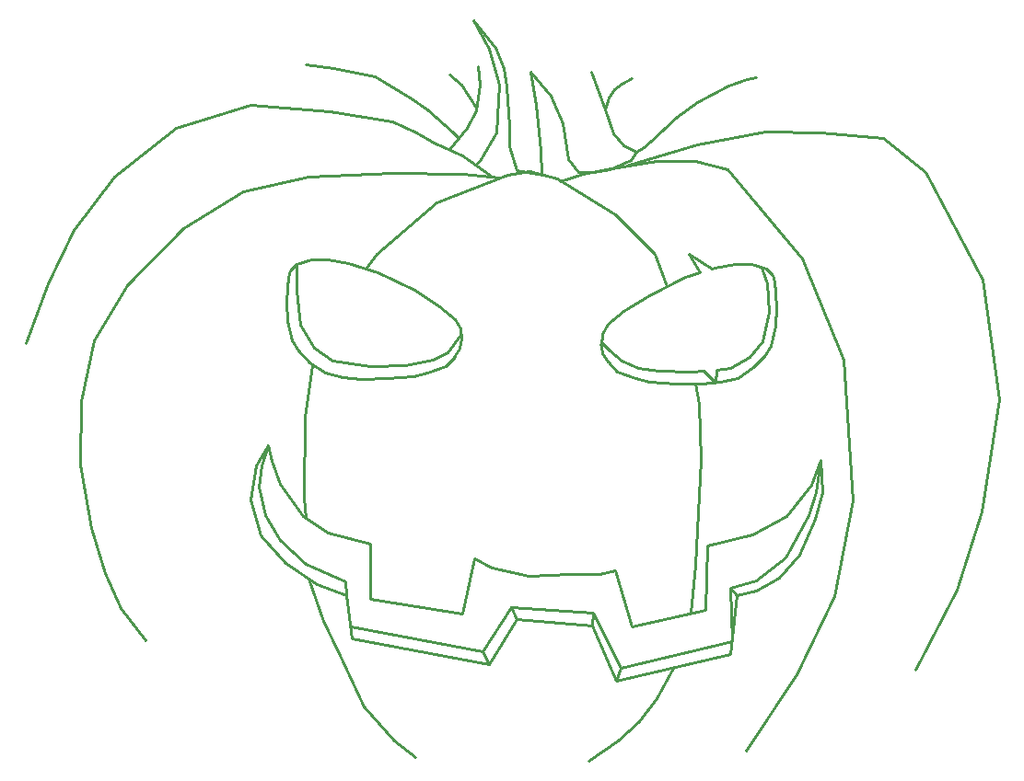
<source format=gbr>
G04 Layer_Color=65535*
%FSLAX26Y26*%
%MOIN*%
%TF.FileFunction,Legend,Top*%
%TF.Part,Single*%
%TFFileComment,Halloween PCB
Pumpkin Badge
V1
Gadorach
(W.W.S.)*%
G01*
G75*
%TA.AperFunction,NonConductor*%
%ADD23C,0.010000*%
D23*
X4088156Y2928548D02*
G03*
X4114448Y2865073I89767J0D01*
G01*
X3557651Y2883117D02*
G03*
X3583943Y2946592I-63475J63475D01*
G01*
X4427746Y2788420D02*
X4444160Y2712976D01*
X4448902Y2509030D01*
X4429930Y2129592D02*
X4448902Y2509030D01*
X4411812Y1957460D02*
X4429930Y2129592D01*
X4287642Y1645810D02*
X4350616Y1758528D01*
X4225982Y1565178D02*
X4287642Y1645810D01*
X4150096Y1494034D02*
X4225982Y1565178D01*
X4041828Y1419348D02*
X4150096Y1494034D01*
X3014138Y2372046D02*
X3018022Y2300248D01*
X3657816Y1817038D02*
X3682462Y1771586D01*
X3763734Y1975916D02*
X3782576Y1932640D01*
X4056802Y1910876D02*
X4057748Y1955828D01*
X4143858Y1710648D02*
X4160014Y1756774D01*
X4554466Y2047136D02*
X4579138Y2019696D01*
X4866740Y2394108D02*
X4883832Y2511562D01*
X4839348Y2310104D02*
X4866740Y2394108D01*
X4757170Y2158532D02*
X4839348Y2310104D01*
X4647600Y2072702D02*
X4757170Y2158532D01*
X4554466Y2047136D02*
X4647600Y2072702D01*
X4554466Y2047136D02*
X4561770Y1853562D01*
X4160014Y1756774D02*
X4561770Y1853562D01*
X4057748Y1955828D02*
X4160014Y1756774D01*
X3763734Y1975916D02*
X4057748Y1955828D01*
X3657816Y1817038D02*
X3763734Y1975916D01*
X3183012Y1908346D02*
X3657816Y1817038D01*
X3162926Y2070876D02*
X3164480Y2019696D01*
X3020484Y2132966D02*
X3162926Y2070876D01*
X2925524Y2220622D02*
X3020484Y2132966D01*
X2872564Y2310104D02*
X2925524Y2220622D01*
X2848824Y2412370D02*
X2872564Y2310104D01*
X2848824Y2412370D02*
X2859780Y2490894D01*
X2881548Y2563794D01*
X4465964Y1967462D02*
X4471526Y2201882D01*
X4635724Y2241688D01*
X4200444Y1906524D02*
X4465964Y1967462D01*
X4139506Y2111104D02*
X4200444Y1906524D01*
X4082920Y2098046D02*
X4139506Y2111104D01*
X3974100Y2098046D02*
X4082920D01*
X3826104Y2089340D02*
X3974100Y2098046D01*
X3691168Y2119810D02*
X3826104Y2089340D01*
X3630228Y2154632D02*
X3691168Y2119810D01*
X3586700Y1954404D02*
X3630228Y2154632D01*
X3251536Y2006638D02*
X3586700Y1954404D01*
X3251536Y2006638D02*
Y2206866D01*
X3060012Y2058870D02*
X3164480Y2019696D01*
X3186244Y1862996D01*
X3682462Y1771586D01*
X3782576Y1932640D01*
X4056802Y1910876D01*
X4143858Y1710648D01*
X4557374Y1806408D01*
X4579138Y2019696D01*
X4648782Y2037106D01*
X4731486Y2084988D01*
X4805482Y2167690D01*
X4862068Y2298274D01*
X4888186Y2394036D01*
X4883832Y2511562D02*
X4888186Y2394036D01*
X4635724Y2241688D02*
X4757602Y2306980D01*
X4849010Y2420152D01*
X4883832Y2511562D01*
X3099188Y2246040D02*
X3251536Y2206866D01*
X3007780Y2306980D02*
X3099188Y2246040D01*
X2925076Y2424506D02*
X3007780Y2306980D01*
X2894606Y2507208D02*
X2925076Y2424506D01*
X2881548Y2563794D02*
X2894606Y2507208D01*
X2946840Y2137220D02*
X3060012Y2058870D01*
X2855432Y2237336D02*
X2946840Y2137220D01*
X2820610Y2367918D02*
X2855432Y2237336D01*
X2820610Y2367918D02*
X2838020Y2489798D01*
X2881548Y2563794D01*
X3531402Y2901126D02*
X3577746Y2963358D01*
X3478438Y2874644D02*
X3531402Y2901126D01*
X3377806Y2853458D02*
X3478438Y2874644D01*
X3252014Y2849486D02*
X3377806Y2853458D01*
X3116956Y2869348D02*
X3252014Y2849486D01*
X3048102Y2917014D02*
X3116956Y2869348D01*
X2999110Y2999110D02*
X3048102Y2917014D01*
X2984544Y3123576D02*
X2999110Y2999110D01*
X2984544Y3123576D02*
X2985410Y3220756D01*
X4489134Y3204346D02*
X4499284Y3207070D01*
X4391778Y3172206D02*
X4445530Y3189638D01*
X4404206Y3255520D02*
X4489134Y3204346D01*
X4404206Y3255520D02*
X4445530Y3189638D01*
X4668786Y3205434D02*
X4690562Y3148818D01*
X4696006Y3047558D01*
X4672052Y2939768D02*
X4696006Y3047558D01*
X4626322Y2883150D02*
X4672052Y2939768D01*
X4555550Y2845042D02*
X4626322Y2883150D01*
X4505466Y2838508D02*
X4555550Y2845042D01*
X4503288Y2790602D02*
X4505466Y2838508D01*
X4459736Y2833064D02*
X4503288Y2790602D01*
X4417272Y2828710D02*
X4459736Y2833064D01*
X4294238D02*
X4417272Y2828710D01*
X4223466Y2842864D02*
X4294238Y2833064D01*
X4162492Y2870084D02*
X4223466Y2842864D01*
X4120030Y2907104D02*
X4162492Y2870084D01*
X4093898Y2934324D02*
X4120030Y2907104D01*
X4283798Y3255846D02*
X4326612Y3141676D01*
X4639760Y2846914D02*
X4678364Y2887464D01*
X4583316Y2807988D02*
X4639760Y2846914D01*
X4519088Y2792418D02*
X4583316Y2807988D01*
X4452914Y2786578D02*
X4519088Y2792418D01*
X4359492Y2788524D02*
X4452914Y2786578D01*
X4264122Y2794364D02*
X4359492Y2788524D01*
X4211572Y2807988D02*
X4264122Y2794364D01*
X4145398Y2831344D02*
X4211572Y2807988D01*
X4114448Y2865074D02*
X4145398Y2831344D01*
X4678364Y2887464D02*
X4702668Y2925238D01*
X4718648Y2996422D01*
X4723006Y3064702D01*
X4720102Y3115548D02*
X4723006Y3064702D01*
X4088156Y2928548D02*
X4093964Y2967368D01*
X4111398Y3003686D01*
X4168054Y3050174D01*
X4261030Y3108284D01*
X4391778Y3172206D01*
X4499284Y3207070D02*
X4571920Y3218694D01*
X4631484D01*
X4686688Y3202712D01*
X4709932Y3179468D01*
X4715744Y3156226D01*
X4720102Y3115548D01*
X2951998Y3133592D02*
X2956356Y3174268D01*
X2962166Y3197512D01*
X2985410Y3220756D01*
X3040616Y3236738D01*
X3100178D01*
X3172816Y3225116D01*
X3280320Y3190248D01*
X3411068Y3126328D01*
X3504044Y3068218D01*
X3560702Y3021730D01*
X3578134Y2985410D01*
X3583942Y2946592D01*
X2949092Y3082746D02*
X2951998Y3133592D01*
X2949092Y3082746D02*
X2953450Y3014466D01*
X2969430Y2943280D01*
X2993736Y2905508D01*
X3526700Y2849386D02*
X3557650Y2883118D01*
X3460526Y2826032D02*
X3526700Y2849386D01*
X3407976Y2812408D02*
X3460526Y2826032D01*
X3312606Y2806568D02*
X3407976Y2812408D01*
X3219184Y2804622D02*
X3312606Y2806568D01*
X3153010Y2810460D02*
X3219184Y2804622D01*
X3088782Y2826032D02*
X3153010Y2810460D01*
X3032340Y2864958D02*
X3088782Y2826032D01*
X2993736Y2905508D02*
X3032340Y2864958D01*
X3637040Y3580120D02*
X3652250Y3601150D01*
X3584498Y3612958D02*
X3689582Y3539254D01*
X3483794Y3661852D02*
X3584498Y3612958D01*
X3418476Y3696206D02*
X3483794Y3661852D01*
X4180548Y3578392D02*
X4437206Y3652428D01*
X4683992Y3701784D01*
X4881420Y3696848D01*
X5108462Y3677106D01*
X5261470Y3553714D01*
X5468770Y3163792D01*
X5527998Y2729450D01*
X5466972Y2324926D02*
X5527998Y2729450D01*
X5376884Y2040434D02*
X5466972Y2324926D01*
X5226736Y1751202D02*
X5376884Y2040434D01*
X3940558Y3521696D02*
X4021890Y3546096D01*
X4107290Y3562362D01*
X4290288Y3594896D01*
X4428554D01*
X4546486Y3562362D01*
X4814882Y3241098D01*
X4965348Y2875102D01*
X4997880Y2362708D01*
X4932814Y2017046D02*
X4997880Y2362708D01*
X4794550Y1732382D02*
X4932814Y2017046D01*
X4610954Y1456232D02*
X4794550Y1732382D01*
X4139804Y3399840D02*
X4283798Y3255846D01*
X3927814Y3531834D02*
X4139804Y3399840D01*
X3827820Y3555832D02*
X3927814Y3531834D01*
X3747822Y3543832D02*
X3827820Y3555832D01*
X3491836Y3443838D02*
X3747822Y3543832D01*
X3275846Y3255846D02*
X3491836Y3443838D01*
X3236828Y3204566D02*
X3275846Y3255846D01*
X3016448Y2665376D02*
X3041240Y2854418D01*
X3014138Y2372046D02*
X3016448Y2665376D01*
X3030366Y2078860D02*
X3083708Y1926262D01*
X3135826Y1815574D01*
X3228700Y1617082D01*
X3337962Y1493250D01*
X3414446Y1434978D01*
X3585956Y3547246D02*
X3723202Y3533170D01*
X3332582Y3550766D02*
X3585956Y3547246D01*
X3029940Y3536690D02*
X3332582Y3550766D01*
X2794160Y3483902D02*
X3029940Y3536690D01*
X2575976Y3350178D02*
X2794160Y3483902D01*
X2371870Y3142550D02*
X2575976Y3350178D01*
X2252220Y2941962D02*
X2371870Y3142550D01*
X2206472Y2723778D02*
X2252220Y2941962D01*
X2202952Y2495038D02*
X2206472Y2723778D01*
X2202952Y2495038D02*
X2241662Y2262778D01*
X2290930Y2100898D01*
X2350754Y1974212D01*
X2438732Y1858082D01*
X3643172Y3937182D02*
X3649560Y3870094D01*
X3636114Y3775964D02*
X3649560Y3870094D01*
X3601150Y3714108D02*
X3636114Y3775964D01*
X3539534Y3636516D02*
X3601150Y3714108D01*
X3652250Y3601150D02*
X3708728Y3697970D01*
X3719486Y3870094D01*
X3681834Y3999188D02*
X3719486Y3870094D01*
X3625356Y4104074D02*
X3681834Y3999188D01*
X3625356Y4104074D02*
X3706038Y4004566D01*
X3735622Y3931952D01*
X3746380Y3862026D01*
X3754448Y3719486D01*
X3757138Y3646872D01*
X3781342Y3560810D01*
X3832442Y3918504D02*
X3853958Y3797480D01*
X3870094Y3633424D01*
X3872784Y3544672D01*
X3875474Y3541984D01*
X3832442Y3918504D02*
X3905056Y3829752D01*
X3948088Y3730244D01*
X3969604Y3601150D01*
X4004566Y3552742D01*
X4052976Y3918504D02*
X4104074Y3778654D01*
X4133658Y3695282D01*
X4168622Y3649560D01*
X4214342Y3625356D01*
X3539294Y3907746D02*
X3582324Y3870094D01*
X3637432Y3787434D01*
X3781342Y3560810D02*
X3875474Y3541984D01*
X4004566Y3552742D02*
X4058516Y3553400D01*
X4117572Y3563452D01*
X4195474Y3596122D01*
X4214342Y3625356D01*
X4163986Y3875138D02*
X4199508Y3893834D01*
X4136878Y3853638D02*
X4163986Y3875138D01*
X4116700Y3822244D02*
X4136878Y3853638D01*
X4104074Y3778654D02*
X4116700Y3822244D01*
X4615396Y3890964D02*
X4648758Y3898590D01*
X4549626Y3866180D02*
X4615396Y3890964D01*
X4436194Y3807082D02*
X4549626Y3866180D01*
X4361846Y3754656D02*
X4436194Y3807082D01*
X4265572Y3665056D02*
X4361846Y3754656D01*
X4243648Y3644086D02*
X4265572Y3665056D01*
X4214342Y3625356D02*
X4243648Y3644086D01*
X3019346Y3944086D02*
X3117916Y3929820D01*
X3269662Y3899990D01*
X3396766Y3824766D01*
X3460316Y3779372D01*
X3551104Y3697662D01*
X3571218Y3678060D01*
X2005826Y2935020D02*
X2084688Y3151034D01*
X2180694Y3343044D01*
X2324702Y3538484D01*
X2547570Y3713350D01*
X2818444Y3795640D01*
X3106460Y3775068D01*
X3332758Y3737352D01*
X3418476Y3696206D01*
%TF.MD5,64015ff0f07e6fb8b764c30c0090e6e0*%
M02*

</source>
